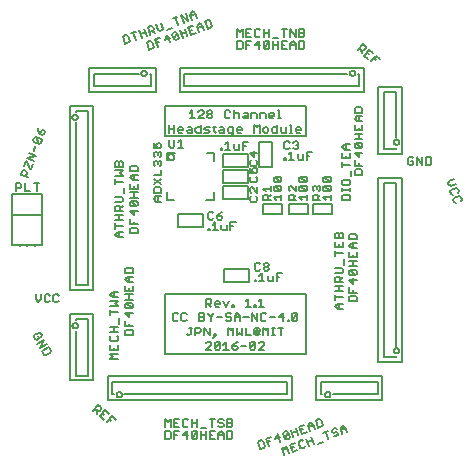
<source format=gto>
G75*
%MOIN*%
%OFA0B0*%
%FSLAX24Y24*%
%IPPOS*%
%LPD*%
%AMOC8*
5,1,8,0,0,1.08239X$1,22.5*
%
%ADD10C,0.0060*%
%ADD11C,0.0050*%
D10*
X004860Y005126D02*
X004919Y005110D01*
X005070Y005197D01*
X005086Y005256D01*
X005021Y005369D01*
X004795Y005239D01*
X004860Y005126D01*
X004735Y005344D02*
X004960Y005474D01*
X004873Y005624D02*
X004735Y005344D01*
X004648Y005494D02*
X004873Y005624D01*
X004775Y005707D02*
X004791Y005766D01*
X004748Y005842D01*
X004688Y005857D01*
X004538Y005771D01*
X004522Y005711D01*
X004566Y005636D01*
X004625Y005620D01*
X004700Y005664D01*
X004657Y005739D01*
X004676Y006880D02*
X004763Y006967D01*
X004763Y007140D01*
X004884Y007097D02*
X004884Y006923D01*
X004928Y006880D01*
X005014Y006880D01*
X005058Y006923D01*
X005179Y006923D02*
X005179Y007097D01*
X005222Y007140D01*
X005309Y007140D01*
X005352Y007097D01*
X005352Y006923D02*
X005309Y006880D01*
X005222Y006880D01*
X005179Y006923D01*
X005058Y007097D02*
X005014Y007140D01*
X004928Y007140D01*
X004884Y007097D01*
X004590Y007140D02*
X004590Y006967D01*
X004676Y006880D01*
X007069Y006921D02*
X007330Y006921D01*
X007243Y006835D01*
X007330Y006748D01*
X007069Y006748D01*
X007069Y006627D02*
X007069Y006453D01*
X007069Y006540D02*
X007330Y006540D01*
X007373Y006332D02*
X007373Y006159D01*
X007330Y006037D02*
X007069Y006037D01*
X007199Y006037D02*
X007199Y005864D01*
X007069Y005864D02*
X007330Y005864D01*
X007286Y005743D02*
X007330Y005699D01*
X007330Y005613D01*
X007286Y005569D01*
X007113Y005569D01*
X007069Y005613D01*
X007069Y005699D01*
X007113Y005743D01*
X007069Y005448D02*
X007069Y005275D01*
X007330Y005275D01*
X007330Y005448D01*
X007199Y005361D02*
X007199Y005275D01*
X007069Y005153D02*
X007330Y005153D01*
X007330Y004980D02*
X007069Y004980D01*
X007156Y005067D01*
X007069Y005153D01*
X007569Y005780D02*
X007569Y005910D01*
X007613Y005953D01*
X007786Y005953D01*
X007830Y005910D01*
X007830Y005780D01*
X007569Y005780D01*
X007569Y006075D02*
X007569Y006248D01*
X007699Y006161D02*
X007699Y006075D01*
X007569Y006075D02*
X007830Y006075D01*
X007699Y006369D02*
X007699Y006543D01*
X007569Y006499D02*
X007699Y006369D01*
X007569Y006499D02*
X007830Y006499D01*
X007786Y006664D02*
X007613Y006664D01*
X007569Y006707D01*
X007569Y006794D01*
X007613Y006837D01*
X007786Y006664D01*
X007830Y006707D01*
X007830Y006794D01*
X007786Y006837D01*
X007613Y006837D01*
X007569Y006959D02*
X007830Y006959D01*
X007699Y006959D02*
X007699Y007132D01*
X007699Y007253D02*
X007699Y007340D01*
X007569Y007427D02*
X007569Y007253D01*
X007830Y007253D01*
X007830Y007427D01*
X007830Y007548D02*
X007656Y007548D01*
X007569Y007635D01*
X007656Y007721D01*
X007830Y007721D01*
X007830Y007843D02*
X007830Y007973D01*
X007786Y008016D01*
X007613Y008016D01*
X007569Y007973D01*
X007569Y007843D01*
X007830Y007843D01*
X007699Y007721D02*
X007699Y007548D01*
X007330Y007216D02*
X007156Y007216D01*
X007069Y007129D01*
X007156Y007043D01*
X007330Y007043D01*
X007199Y007043D02*
X007199Y007216D01*
X007569Y007132D02*
X007830Y007132D01*
X008910Y007150D02*
X013610Y007150D01*
X013610Y005150D01*
X008910Y005150D01*
X008910Y007150D01*
X009197Y006510D02*
X009153Y006467D01*
X009153Y006293D01*
X009197Y006250D01*
X009283Y006250D01*
X009327Y006293D01*
X009448Y006293D02*
X009448Y006467D01*
X009491Y006510D01*
X009578Y006510D01*
X009621Y006467D01*
X009621Y006293D02*
X009578Y006250D01*
X009491Y006250D01*
X009448Y006293D01*
X009327Y006467D02*
X009283Y006510D01*
X009197Y006510D01*
X009707Y006030D02*
X009793Y006030D01*
X009750Y006030D02*
X009750Y005813D01*
X009707Y005770D01*
X009663Y005770D01*
X009620Y005813D01*
X009914Y005770D02*
X009914Y006030D01*
X010045Y006030D01*
X010088Y005987D01*
X010088Y005900D01*
X010045Y005857D01*
X009914Y005857D01*
X010209Y005770D02*
X010209Y006030D01*
X010383Y005770D01*
X010383Y006030D01*
X010547Y005813D02*
X010547Y005770D01*
X010591Y005770D01*
X010591Y005813D01*
X010547Y005813D01*
X010591Y005770D02*
X010504Y005683D01*
X010596Y005550D02*
X010683Y005550D01*
X010726Y005507D01*
X010553Y005333D01*
X010596Y005290D01*
X010683Y005290D01*
X010726Y005333D01*
X010726Y005507D01*
X010848Y005463D02*
X010934Y005550D01*
X010934Y005290D01*
X010848Y005290D02*
X011021Y005290D01*
X011142Y005333D02*
X011186Y005290D01*
X011272Y005290D01*
X011316Y005333D01*
X011316Y005377D01*
X011272Y005420D01*
X011142Y005420D01*
X011142Y005333D01*
X011142Y005420D02*
X011229Y005507D01*
X011316Y005550D01*
X011437Y005420D02*
X011610Y005420D01*
X011731Y005333D02*
X011775Y005290D01*
X011862Y005290D01*
X011905Y005333D01*
X011905Y005507D01*
X011731Y005333D01*
X011731Y005507D01*
X011775Y005550D01*
X011862Y005550D01*
X011905Y005507D01*
X012026Y005507D02*
X012070Y005550D01*
X012156Y005550D01*
X012200Y005507D01*
X012200Y005463D01*
X012026Y005290D01*
X012200Y005290D01*
X012173Y005770D02*
X012173Y006030D01*
X012260Y005943D01*
X012347Y006030D01*
X012347Y005770D01*
X012468Y005770D02*
X012555Y005770D01*
X012511Y005770D02*
X012511Y006030D01*
X012468Y006030D02*
X012555Y006030D01*
X012665Y006030D02*
X012838Y006030D01*
X012751Y006030D02*
X012751Y005770D01*
X012819Y006250D02*
X012819Y006510D01*
X012689Y006380D01*
X012863Y006380D01*
X012984Y006293D02*
X013027Y006293D01*
X013027Y006250D01*
X012984Y006250D01*
X012984Y006293D01*
X013131Y006293D02*
X013131Y006467D01*
X013174Y006510D01*
X013261Y006510D01*
X013305Y006467D01*
X013131Y006293D01*
X013174Y006250D01*
X013261Y006250D01*
X013305Y006293D01*
X013305Y006467D01*
X012568Y006380D02*
X012394Y006380D01*
X012273Y006293D02*
X012230Y006250D01*
X012143Y006250D01*
X012100Y006293D01*
X012100Y006467D01*
X012143Y006510D01*
X012230Y006510D01*
X012273Y006467D01*
X012200Y006730D02*
X012026Y006730D01*
X012113Y006730D02*
X012113Y006990D01*
X012026Y006903D01*
X011922Y006773D02*
X011922Y006730D01*
X011879Y006730D01*
X011879Y006773D01*
X011922Y006773D01*
X011758Y006730D02*
X011584Y006730D01*
X011671Y006730D02*
X011671Y006990D01*
X011584Y006903D01*
X011186Y006773D02*
X011186Y006730D01*
X011142Y006730D01*
X011142Y006773D01*
X011186Y006773D01*
X011021Y006903D02*
X010934Y006730D01*
X010848Y006903D01*
X010726Y006860D02*
X010726Y006817D01*
X010553Y006817D01*
X010553Y006860D02*
X010596Y006903D01*
X010683Y006903D01*
X010726Y006860D01*
X010683Y006730D02*
X010596Y006730D01*
X010553Y006773D01*
X010553Y006860D01*
X010432Y006860D02*
X010388Y006817D01*
X010258Y006817D01*
X010345Y006817D02*
X010432Y006730D01*
X010432Y006860D02*
X010432Y006947D01*
X010388Y006990D01*
X010258Y006990D01*
X010258Y006730D01*
X010332Y006510D02*
X010332Y006467D01*
X010419Y006380D01*
X010419Y006250D01*
X010419Y006380D02*
X010505Y006467D01*
X010505Y006510D01*
X010627Y006380D02*
X010800Y006380D01*
X010921Y006423D02*
X010965Y006380D01*
X011051Y006380D01*
X011095Y006337D01*
X011095Y006293D01*
X011051Y006250D01*
X010965Y006250D01*
X010921Y006293D01*
X010921Y006423D02*
X010921Y006467D01*
X010965Y006510D01*
X011051Y006510D01*
X011095Y006467D01*
X011216Y006423D02*
X011303Y006510D01*
X011389Y006423D01*
X011389Y006250D01*
X011389Y006380D02*
X011216Y006380D01*
X011216Y006423D02*
X011216Y006250D01*
X011168Y006030D02*
X011168Y005770D01*
X011290Y005770D02*
X011376Y005857D01*
X011463Y005770D01*
X011463Y006030D01*
X011584Y006030D02*
X011584Y005770D01*
X011758Y005770D01*
X011879Y005813D02*
X011879Y005987D01*
X011922Y006030D01*
X012009Y006030D01*
X012052Y005987D01*
X012052Y005900D01*
X012009Y005857D01*
X012009Y005943D01*
X011922Y005943D01*
X011922Y005857D01*
X012009Y005857D01*
X012052Y005813D02*
X012009Y005770D01*
X011922Y005770D01*
X011879Y005813D01*
X011805Y006250D02*
X011805Y006510D01*
X011979Y006250D01*
X011979Y006510D01*
X011684Y006380D02*
X011511Y006380D01*
X011290Y006030D02*
X011290Y005770D01*
X011082Y005943D02*
X011168Y006030D01*
X011082Y005943D02*
X010995Y006030D01*
X010995Y005770D01*
X010596Y005550D02*
X010553Y005507D01*
X010553Y005333D01*
X010432Y005290D02*
X010258Y005290D01*
X010432Y005463D01*
X010432Y005507D01*
X010388Y005550D01*
X010302Y005550D01*
X010258Y005507D01*
X010167Y006250D02*
X010037Y006250D01*
X010037Y006510D01*
X010167Y006510D01*
X010211Y006467D01*
X010211Y006423D01*
X010167Y006380D01*
X010037Y006380D01*
X010167Y006380D02*
X010211Y006337D01*
X010211Y006293D01*
X010167Y006250D01*
X011890Y007580D02*
X011933Y007580D01*
X011933Y007623D01*
X011890Y007623D01*
X011890Y007580D01*
X012037Y007580D02*
X012210Y007580D01*
X012124Y007580D02*
X012124Y007840D01*
X012037Y007753D01*
X012020Y007930D02*
X012063Y007973D01*
X012020Y007930D02*
X011933Y007930D01*
X011890Y007973D01*
X011890Y008147D01*
X011933Y008190D01*
X012020Y008190D01*
X012063Y008147D01*
X012184Y008147D02*
X012184Y008103D01*
X012228Y008060D01*
X012314Y008060D01*
X012358Y008017D01*
X012358Y007973D01*
X012314Y007930D01*
X012228Y007930D01*
X012184Y007973D01*
X012184Y008017D01*
X012228Y008060D01*
X012314Y008060D02*
X012358Y008103D01*
X012358Y008147D01*
X012314Y008190D01*
X012228Y008190D01*
X012184Y008147D01*
X012331Y007753D02*
X012331Y007623D01*
X012375Y007580D01*
X012505Y007580D01*
X012505Y007753D01*
X012626Y007710D02*
X012713Y007710D01*
X012626Y007580D02*
X012626Y007840D01*
X012800Y007840D01*
X011076Y009280D02*
X011076Y009540D01*
X011250Y009540D01*
X011163Y009410D02*
X011076Y009410D01*
X010955Y009453D02*
X010955Y009280D01*
X010825Y009280D01*
X010781Y009323D01*
X010781Y009453D01*
X010764Y009630D02*
X010808Y009673D01*
X010808Y009717D01*
X010764Y009760D01*
X010634Y009760D01*
X010634Y009673D01*
X010678Y009630D01*
X010764Y009630D01*
X010634Y009760D02*
X010721Y009847D01*
X010808Y009890D01*
X010513Y009847D02*
X010470Y009890D01*
X010383Y009890D01*
X010340Y009847D01*
X010340Y009673D01*
X010383Y009630D01*
X010470Y009630D01*
X010513Y009673D01*
X010574Y009540D02*
X010574Y009280D01*
X010660Y009280D02*
X010487Y009280D01*
X010383Y009280D02*
X010340Y009280D01*
X010340Y009323D01*
X010383Y009323D01*
X010383Y009280D01*
X010487Y009453D02*
X010574Y009540D01*
X010527Y010283D02*
X010253Y010283D01*
X010527Y010283D02*
X010527Y010536D01*
X010527Y011594D02*
X010527Y011857D01*
X010283Y011857D01*
X010758Y011960D02*
X010802Y011960D01*
X010802Y012003D01*
X010758Y012003D01*
X010758Y011960D01*
X010906Y011960D02*
X011079Y011960D01*
X010992Y011960D02*
X010992Y012220D01*
X010906Y012133D01*
X011200Y012133D02*
X011200Y012003D01*
X011244Y011960D01*
X011374Y011960D01*
X011374Y012133D01*
X011495Y012090D02*
X011582Y012090D01*
X011668Y012220D02*
X011495Y012220D01*
X011495Y011960D01*
X011719Y011855D02*
X011849Y011725D01*
X011849Y011898D01*
X011719Y011855D02*
X011980Y011855D01*
X011936Y011603D02*
X011980Y011560D01*
X011980Y011473D01*
X011936Y011430D01*
X011763Y011430D01*
X011719Y011473D01*
X011719Y011560D01*
X011763Y011603D01*
X011719Y011348D02*
X011719Y011175D01*
X011849Y011175D01*
X011806Y011261D01*
X011806Y011305D01*
X011849Y011348D01*
X011936Y011348D01*
X011980Y011305D01*
X011980Y011218D01*
X011936Y011175D01*
X011936Y011053D02*
X011980Y011010D01*
X011980Y010923D01*
X011936Y010880D01*
X011763Y010880D01*
X011719Y010923D01*
X011719Y011010D01*
X011763Y011053D01*
X011763Y010698D02*
X011719Y010655D01*
X011719Y010568D01*
X011763Y010525D01*
X011763Y010403D02*
X011719Y010360D01*
X011719Y010273D01*
X011763Y010230D01*
X011936Y010230D01*
X011980Y010273D01*
X011980Y010360D01*
X011936Y010403D01*
X011980Y010525D02*
X011806Y010698D01*
X011763Y010698D01*
X011980Y010698D02*
X011980Y010525D01*
X012169Y010410D02*
X012213Y010453D01*
X012299Y010453D01*
X012343Y010410D01*
X012343Y010280D01*
X012430Y010280D02*
X012169Y010280D01*
X012169Y010410D01*
X012343Y010367D02*
X012430Y010453D01*
X012430Y010575D02*
X012430Y010748D01*
X012430Y010661D02*
X012169Y010661D01*
X012256Y010575D01*
X012519Y010618D02*
X012519Y010705D01*
X012563Y010748D01*
X012736Y010575D01*
X012780Y010618D01*
X012780Y010705D01*
X012736Y010748D01*
X012563Y010748D01*
X012563Y010869D02*
X012519Y010913D01*
X012519Y010999D01*
X012563Y011043D01*
X012736Y010869D01*
X012780Y010913D01*
X012780Y010999D01*
X012736Y011043D01*
X012563Y011043D01*
X012563Y010869D02*
X012736Y010869D01*
X013019Y010705D02*
X013019Y010618D01*
X013063Y010575D01*
X013063Y010453D02*
X013149Y010453D01*
X013193Y010410D01*
X013193Y010280D01*
X013280Y010280D02*
X013019Y010280D01*
X013019Y010410D01*
X013063Y010453D01*
X013193Y010367D02*
X013280Y010453D01*
X013280Y010575D02*
X013106Y010748D01*
X013063Y010748D01*
X013019Y010705D01*
X012736Y010575D02*
X012563Y010575D01*
X012519Y010618D01*
X012780Y010453D02*
X012780Y010280D01*
X012780Y010367D02*
X012519Y010367D01*
X012606Y010280D01*
X013280Y010575D02*
X013280Y010748D01*
X013369Y010705D02*
X013413Y010748D01*
X013586Y010575D01*
X013630Y010618D01*
X013630Y010705D01*
X013586Y010748D01*
X013413Y010748D01*
X013369Y010705D02*
X013369Y010618D01*
X013413Y010575D01*
X013586Y010575D01*
X013630Y010453D02*
X013630Y010280D01*
X013630Y010367D02*
X013369Y010367D01*
X013456Y010280D01*
X013819Y010280D02*
X013819Y010410D01*
X013863Y010453D01*
X013949Y010453D01*
X013993Y010410D01*
X013993Y010280D01*
X014080Y010280D02*
X013819Y010280D01*
X013993Y010367D02*
X014080Y010453D01*
X014169Y010367D02*
X014430Y010367D01*
X014430Y010453D02*
X014430Y010280D01*
X014256Y010280D02*
X014169Y010367D01*
X014213Y010575D02*
X014169Y010618D01*
X014169Y010705D01*
X014213Y010748D01*
X014386Y010575D01*
X014430Y010618D01*
X014430Y010705D01*
X014386Y010748D01*
X014213Y010748D01*
X014213Y010869D02*
X014169Y010913D01*
X014169Y010999D01*
X014213Y011043D01*
X014386Y010869D01*
X014430Y010913D01*
X014430Y010999D01*
X014386Y011043D01*
X014213Y011043D01*
X014213Y010869D02*
X014386Y010869D01*
X014386Y010575D02*
X014213Y010575D01*
X014080Y010618D02*
X014036Y010575D01*
X014080Y010618D02*
X014080Y010705D01*
X014036Y010748D01*
X013993Y010748D01*
X013949Y010705D01*
X013949Y010661D01*
X013949Y010705D02*
X013906Y010748D01*
X013863Y010748D01*
X013819Y010705D01*
X013819Y010618D01*
X013863Y010575D01*
X013586Y010869D02*
X013413Y010869D01*
X013369Y010913D01*
X013369Y010999D01*
X013413Y011043D01*
X013586Y010869D01*
X013630Y010913D01*
X013630Y010999D01*
X013586Y011043D01*
X013413Y011043D01*
X013365Y011630D02*
X013495Y011630D01*
X013495Y011803D01*
X013616Y011760D02*
X013703Y011760D01*
X013616Y011630D02*
X013616Y011890D01*
X013790Y011890D01*
X013348Y012023D02*
X013304Y011980D01*
X013218Y011980D01*
X013174Y012023D01*
X013053Y012023D02*
X013010Y011980D01*
X012923Y011980D01*
X012880Y012023D01*
X012880Y012197D01*
X012923Y012240D01*
X013010Y012240D01*
X013053Y012197D01*
X013174Y012197D02*
X013218Y012240D01*
X013304Y012240D01*
X013348Y012197D01*
X013348Y012153D01*
X013304Y012110D01*
X013348Y012067D01*
X013348Y012023D01*
X013304Y012110D02*
X013261Y012110D01*
X013114Y011890D02*
X013027Y011803D01*
X013114Y011890D02*
X013114Y011630D01*
X013200Y011630D02*
X013027Y011630D01*
X012923Y011630D02*
X012880Y011630D01*
X012880Y011673D01*
X012923Y011673D01*
X012923Y011630D01*
X013321Y011673D02*
X013365Y011630D01*
X013321Y011673D02*
X013321Y011803D01*
X013610Y012400D02*
X008910Y012400D01*
X008910Y013400D01*
X013610Y013400D01*
X013610Y012400D01*
X013384Y012530D02*
X013297Y012530D01*
X013254Y012573D01*
X013254Y012660D01*
X013297Y012703D01*
X013384Y012703D01*
X013427Y012660D01*
X013427Y012617D01*
X013254Y012617D01*
X013144Y012530D02*
X013057Y012530D01*
X013101Y012530D02*
X013101Y012790D01*
X013057Y012790D01*
X012936Y012703D02*
X012936Y012530D01*
X012806Y012530D01*
X012763Y012573D01*
X012763Y012703D01*
X012642Y012703D02*
X012511Y012703D01*
X012468Y012660D01*
X012468Y012573D01*
X012511Y012530D01*
X012642Y012530D01*
X012642Y012790D01*
X012347Y012660D02*
X012347Y012573D01*
X012304Y012530D01*
X012217Y012530D01*
X012173Y012573D01*
X012173Y012660D01*
X012217Y012703D01*
X012304Y012703D01*
X012347Y012660D01*
X012052Y012790D02*
X012052Y012530D01*
X011879Y012530D02*
X011879Y012790D01*
X011966Y012703D01*
X012052Y012790D01*
X012075Y013010D02*
X012075Y013183D01*
X012205Y013183D01*
X012249Y013140D01*
X012249Y013010D01*
X012370Y013053D02*
X012370Y013140D01*
X012413Y013183D01*
X012500Y013183D01*
X012543Y013140D01*
X012543Y013097D01*
X012370Y013097D01*
X012370Y013053D02*
X012413Y013010D01*
X012500Y013010D01*
X012665Y013010D02*
X012751Y013010D01*
X012708Y013010D02*
X012708Y013270D01*
X012665Y013270D01*
X011954Y013140D02*
X011954Y013010D01*
X011954Y013140D02*
X011911Y013183D01*
X011781Y013183D01*
X011781Y013010D01*
X011659Y013010D02*
X011529Y013010D01*
X011486Y013053D01*
X011529Y013097D01*
X011659Y013097D01*
X011659Y013140D02*
X011659Y013010D01*
X011659Y013140D02*
X011616Y013183D01*
X011529Y013183D01*
X011365Y013140D02*
X011365Y013010D01*
X011365Y013140D02*
X011321Y013183D01*
X011235Y013183D01*
X011191Y013140D01*
X011191Y013270D02*
X011191Y013010D01*
X011070Y013053D02*
X011027Y013010D01*
X010940Y013010D01*
X010897Y013053D01*
X010897Y013227D01*
X010940Y013270D01*
X011027Y013270D01*
X011070Y013227D01*
X011038Y012703D02*
X010995Y012660D01*
X010995Y012573D01*
X011038Y012530D01*
X011168Y012530D01*
X011168Y012487D02*
X011168Y012703D01*
X011038Y012703D01*
X010874Y012660D02*
X010874Y012530D01*
X010744Y012530D01*
X010700Y012573D01*
X010744Y012617D01*
X010874Y012617D01*
X010874Y012660D02*
X010830Y012703D01*
X010744Y012703D01*
X010591Y012703D02*
X010504Y012703D01*
X010547Y012747D02*
X010547Y012573D01*
X010591Y012530D01*
X010383Y012573D02*
X010339Y012617D01*
X010252Y012617D01*
X010209Y012660D01*
X010252Y012703D01*
X010383Y012703D01*
X010383Y012573D02*
X010339Y012530D01*
X010209Y012530D01*
X010088Y012530D02*
X010088Y012790D01*
X010088Y012703D02*
X009958Y012703D01*
X009914Y012660D01*
X009914Y012573D01*
X009958Y012530D01*
X010088Y012530D01*
X009793Y012530D02*
X009663Y012530D01*
X009620Y012573D01*
X009663Y012617D01*
X009793Y012617D01*
X009793Y012660D02*
X009793Y012530D01*
X009793Y012660D02*
X009750Y012703D01*
X009663Y012703D01*
X009499Y012660D02*
X009499Y012617D01*
X009325Y012617D01*
X009325Y012660D02*
X009325Y012573D01*
X009369Y012530D01*
X009455Y012530D01*
X009499Y012660D02*
X009455Y012703D01*
X009369Y012703D01*
X009325Y012660D01*
X009204Y012660D02*
X009031Y012660D01*
X009031Y012530D02*
X009031Y012790D01*
X009204Y012790D02*
X009204Y012530D01*
X009213Y012290D02*
X009213Y012073D01*
X009170Y012030D01*
X009083Y012030D01*
X009040Y012073D01*
X009040Y012290D01*
X009334Y012203D02*
X009421Y012290D01*
X009421Y012030D01*
X009334Y012030D02*
X009508Y012030D01*
X009216Y011857D02*
X008952Y011857D01*
X008952Y011604D01*
X009000Y011710D02*
X009002Y011730D01*
X009008Y011748D01*
X009017Y011766D01*
X009029Y011781D01*
X009044Y011793D01*
X009062Y011802D01*
X009080Y011808D01*
X009100Y011810D01*
X009120Y011808D01*
X009138Y011802D01*
X009156Y011793D01*
X009171Y011781D01*
X009183Y011766D01*
X009192Y011748D01*
X009198Y011730D01*
X009200Y011710D01*
X009198Y011690D01*
X009192Y011672D01*
X009183Y011654D01*
X009171Y011639D01*
X009156Y011627D01*
X009138Y011618D01*
X009120Y011612D01*
X009100Y011610D01*
X009080Y011612D01*
X009062Y011618D01*
X009044Y011627D01*
X009029Y011639D01*
X009017Y011654D01*
X009008Y011672D01*
X009002Y011690D01*
X009000Y011710D01*
X008780Y011747D02*
X008736Y011703D01*
X008780Y011747D02*
X008780Y011833D01*
X008736Y011877D01*
X008693Y011877D01*
X008649Y011833D01*
X008649Y011790D01*
X008649Y011833D02*
X008606Y011877D01*
X008563Y011877D01*
X008519Y011833D01*
X008519Y011747D01*
X008563Y011703D01*
X008563Y011582D02*
X008606Y011582D01*
X008649Y011539D01*
X008693Y011582D01*
X008736Y011582D01*
X008780Y011539D01*
X008780Y011452D01*
X008736Y011409D01*
X008649Y011495D02*
X008649Y011539D01*
X008563Y011582D02*
X008519Y011539D01*
X008519Y011452D01*
X008563Y011409D01*
X008780Y011287D02*
X008780Y011114D01*
X008519Y011114D01*
X008519Y010993D02*
X008780Y010819D01*
X008736Y010698D02*
X008563Y010698D01*
X008519Y010655D01*
X008519Y010525D01*
X008780Y010525D01*
X008780Y010655D01*
X008736Y010698D01*
X008519Y010819D02*
X008780Y010993D01*
X008952Y010556D02*
X008952Y010283D01*
X009206Y010283D01*
X008780Y010230D02*
X008606Y010230D01*
X008519Y010317D01*
X008606Y010403D01*
X008780Y010403D01*
X008649Y010403D02*
X008649Y010230D01*
X007990Y010195D02*
X007990Y010109D01*
X007946Y010065D01*
X007773Y010239D01*
X007946Y010239D01*
X007990Y010195D01*
X007946Y010065D02*
X007773Y010065D01*
X007729Y010109D01*
X007729Y010195D01*
X007773Y010239D01*
X007729Y010360D02*
X007990Y010360D01*
X007859Y010360D02*
X007859Y010533D01*
X007859Y010655D02*
X007859Y010741D01*
X007729Y010655D02*
X007729Y010828D01*
X007816Y010949D02*
X007729Y011036D01*
X007816Y011123D01*
X007990Y011123D01*
X007990Y011244D02*
X007990Y011374D01*
X007946Y011417D01*
X007773Y011417D01*
X007729Y011374D01*
X007729Y011244D01*
X007990Y011244D01*
X007859Y011123D02*
X007859Y010949D01*
X007816Y010949D02*
X007990Y010949D01*
X007990Y010828D02*
X007990Y010655D01*
X007729Y010655D01*
X007729Y010533D02*
X007990Y010533D01*
X007533Y010507D02*
X007533Y010681D01*
X007490Y010889D02*
X007229Y010889D01*
X007229Y010975D02*
X007229Y010802D01*
X007229Y011097D02*
X007490Y011097D01*
X007403Y011183D01*
X007490Y011270D01*
X007229Y011270D01*
X007229Y011391D02*
X007229Y011521D01*
X007273Y011565D01*
X007316Y011565D01*
X007359Y011521D01*
X007359Y011391D01*
X007229Y011391D02*
X007490Y011391D01*
X007490Y011521D01*
X007446Y011565D01*
X007403Y011565D01*
X007359Y011521D01*
X008519Y011998D02*
X008649Y011998D01*
X008606Y012085D01*
X008606Y012128D01*
X008649Y012171D01*
X008736Y012171D01*
X008780Y012128D01*
X008780Y012041D01*
X008736Y011998D01*
X008519Y011998D02*
X008519Y012171D01*
X009718Y013010D02*
X009892Y013010D01*
X009805Y013010D02*
X009805Y013270D01*
X009718Y013183D01*
X010013Y013227D02*
X010056Y013270D01*
X010143Y013270D01*
X010186Y013227D01*
X010186Y013183D01*
X010013Y013010D01*
X010186Y013010D01*
X010307Y013053D02*
X010307Y013097D01*
X010351Y013140D01*
X010437Y013140D01*
X010481Y013097D01*
X010481Y013053D01*
X010437Y013010D01*
X010351Y013010D01*
X010307Y013053D01*
X010351Y013140D02*
X010307Y013183D01*
X010307Y013227D01*
X010351Y013270D01*
X010437Y013270D01*
X010481Y013227D01*
X010481Y013183D01*
X010437Y013140D01*
X011125Y012443D02*
X011168Y012487D01*
X011125Y012443D02*
X011082Y012443D01*
X011290Y012573D02*
X011290Y012660D01*
X011333Y012703D01*
X011420Y012703D01*
X011463Y012660D01*
X011463Y012617D01*
X011290Y012617D01*
X011290Y012573D02*
X011333Y012530D01*
X011420Y012530D01*
X011441Y015320D02*
X011311Y015320D01*
X011311Y015580D01*
X011441Y015580D01*
X011484Y015537D01*
X011484Y015363D01*
X011441Y015320D01*
X011606Y015320D02*
X011606Y015580D01*
X011779Y015580D01*
X011779Y015720D02*
X011606Y015720D01*
X011606Y015980D01*
X011779Y015980D01*
X011900Y015937D02*
X011900Y015763D01*
X011944Y015720D01*
X012030Y015720D01*
X012074Y015763D01*
X012195Y015720D02*
X012195Y015980D01*
X012074Y015937D02*
X012030Y015980D01*
X011944Y015980D01*
X011900Y015937D01*
X011692Y015850D02*
X011606Y015850D01*
X011484Y015980D02*
X011484Y015720D01*
X011311Y015720D02*
X011311Y015980D01*
X011398Y015893D01*
X011484Y015980D01*
X011900Y015450D02*
X012030Y015580D01*
X012030Y015320D01*
X012074Y015450D02*
X011900Y015450D01*
X011692Y015450D02*
X011606Y015450D01*
X012195Y015363D02*
X012368Y015537D01*
X012368Y015363D01*
X012325Y015320D01*
X012238Y015320D01*
X012195Y015363D01*
X012195Y015537D01*
X012238Y015580D01*
X012325Y015580D01*
X012368Y015537D01*
X012490Y015580D02*
X012490Y015320D01*
X012490Y015450D02*
X012663Y015450D01*
X012784Y015450D02*
X012871Y015450D01*
X012784Y015320D02*
X012958Y015320D01*
X013079Y015320D02*
X013079Y015493D01*
X013166Y015580D01*
X013252Y015493D01*
X013252Y015320D01*
X013373Y015320D02*
X013504Y015320D01*
X013547Y015363D01*
X013547Y015537D01*
X013504Y015580D01*
X013373Y015580D01*
X013373Y015320D01*
X013252Y015450D02*
X013079Y015450D01*
X012958Y015580D02*
X012784Y015580D01*
X012784Y015320D01*
X012663Y015320D02*
X012663Y015580D01*
X012663Y015677D02*
X012490Y015677D01*
X012368Y015720D02*
X012368Y015980D01*
X012368Y015850D02*
X012195Y015850D01*
X012784Y015980D02*
X012958Y015980D01*
X012871Y015980D02*
X012871Y015720D01*
X013079Y015720D02*
X013079Y015980D01*
X013252Y015720D01*
X013252Y015980D01*
X013373Y015980D02*
X013504Y015980D01*
X013547Y015937D01*
X013547Y015893D01*
X013504Y015850D01*
X013373Y015850D01*
X013373Y015720D02*
X013504Y015720D01*
X013547Y015763D01*
X013547Y015807D01*
X013504Y015850D01*
X013373Y015720D02*
X013373Y015980D01*
X015319Y015277D02*
X015486Y015476D01*
X015586Y015392D01*
X015591Y015331D01*
X015535Y015265D01*
X015474Y015260D01*
X015375Y015343D01*
X015441Y015287D02*
X015452Y015165D01*
X015545Y015087D02*
X015678Y014976D01*
X015770Y014898D02*
X015938Y015097D01*
X016071Y014986D01*
X015920Y014942D02*
X015854Y014998D01*
X015845Y015175D02*
X015712Y015287D01*
X015545Y015087D01*
X015628Y015187D02*
X015695Y015131D01*
X015436Y013366D02*
X015263Y013366D01*
X015219Y013323D01*
X015219Y013193D01*
X015480Y013193D01*
X015480Y013323D01*
X015436Y013366D01*
X015480Y013071D02*
X015306Y013071D01*
X015219Y012985D01*
X015306Y012898D01*
X015480Y012898D01*
X015480Y012777D02*
X015480Y012603D01*
X015219Y012603D01*
X015219Y012777D01*
X015349Y012690D02*
X015349Y012603D01*
X015349Y012482D02*
X015349Y012309D01*
X015219Y012309D02*
X015480Y012309D01*
X015436Y012187D02*
X015263Y012187D01*
X015436Y012014D01*
X015480Y012057D01*
X015480Y012144D01*
X015436Y012187D01*
X015436Y012014D02*
X015263Y012014D01*
X015219Y012057D01*
X015219Y012144D01*
X015263Y012187D01*
X015060Y012133D02*
X014886Y012133D01*
X014799Y012046D01*
X014886Y011960D01*
X015060Y011960D01*
X015060Y011839D02*
X015060Y011665D01*
X014799Y011665D01*
X014799Y011839D01*
X014929Y011752D02*
X014929Y011665D01*
X014799Y011544D02*
X014799Y011370D01*
X014799Y011457D02*
X015060Y011457D01*
X015219Y011425D02*
X015219Y011598D01*
X015349Y011511D02*
X015349Y011425D01*
X015219Y011425D02*
X015480Y011425D01*
X015436Y011303D02*
X015263Y011303D01*
X015219Y011260D01*
X015219Y011130D01*
X015480Y011130D01*
X015480Y011260D01*
X015436Y011303D01*
X015103Y011249D02*
X015103Y011076D01*
X015016Y010955D02*
X014843Y010955D01*
X014799Y010911D01*
X014799Y010824D01*
X014843Y010781D01*
X015016Y010781D01*
X015060Y010824D01*
X015060Y010911D01*
X015016Y010955D01*
X015060Y010671D02*
X015060Y010585D01*
X015060Y010628D02*
X014799Y010628D01*
X014799Y010585D02*
X014799Y010671D01*
X014843Y010463D02*
X014799Y010420D01*
X014799Y010290D01*
X015060Y010290D01*
X015060Y010420D01*
X015016Y010463D01*
X014843Y010463D01*
X014786Y009185D02*
X014830Y009141D01*
X014830Y009011D01*
X014569Y009011D01*
X014569Y009141D01*
X014613Y009185D01*
X014656Y009185D01*
X014699Y009141D01*
X014699Y009011D01*
X014699Y009141D02*
X014743Y009185D01*
X014786Y009185D01*
X015029Y009094D02*
X015029Y008964D01*
X015290Y008964D01*
X015290Y009094D01*
X015246Y009137D01*
X015073Y009137D01*
X015029Y009094D01*
X015116Y008843D02*
X015290Y008843D01*
X015159Y008843D02*
X015159Y008669D01*
X015116Y008669D02*
X015029Y008756D01*
X015116Y008843D01*
X015116Y008669D02*
X015290Y008669D01*
X015290Y008548D02*
X015290Y008375D01*
X015029Y008375D01*
X015029Y008548D01*
X015159Y008461D02*
X015159Y008375D01*
X015159Y008253D02*
X015159Y008080D01*
X015029Y008080D02*
X015290Y008080D01*
X015246Y007959D02*
X015073Y007959D01*
X015246Y007785D01*
X015290Y007829D01*
X015290Y007915D01*
X015246Y007959D01*
X015073Y007959D02*
X015029Y007915D01*
X015029Y007829D01*
X015073Y007785D01*
X015246Y007785D01*
X015159Y007664D02*
X015159Y007491D01*
X015029Y007621D01*
X015290Y007621D01*
X015029Y007370D02*
X015029Y007196D01*
X015290Y007196D01*
X015246Y007075D02*
X015073Y007075D01*
X015029Y007032D01*
X015029Y006901D01*
X015290Y006901D01*
X015290Y007032D01*
X015246Y007075D01*
X015159Y007196D02*
X015159Y007283D01*
X014830Y007243D02*
X014569Y007243D01*
X014569Y007122D02*
X014569Y006949D01*
X014569Y007035D02*
X014830Y007035D01*
X014830Y006828D02*
X014656Y006828D01*
X014569Y006741D01*
X014656Y006654D01*
X014830Y006654D01*
X014699Y006654D02*
X014699Y006828D01*
X014699Y007243D02*
X014699Y007417D01*
X014743Y007538D02*
X014743Y007668D01*
X014699Y007712D01*
X014613Y007712D01*
X014569Y007668D01*
X014569Y007538D01*
X014830Y007538D01*
X014830Y007417D02*
X014569Y007417D01*
X014743Y007625D02*
X014830Y007712D01*
X014786Y007833D02*
X014830Y007876D01*
X014830Y007963D01*
X014786Y008006D01*
X014569Y008006D01*
X014569Y007833D02*
X014786Y007833D01*
X014873Y008127D02*
X014873Y008301D01*
X015029Y008253D02*
X015290Y008253D01*
X014830Y008509D02*
X014569Y008509D01*
X014569Y008595D02*
X014569Y008422D01*
X014569Y008717D02*
X014830Y008717D01*
X014830Y008890D01*
X014699Y008803D02*
X014699Y008717D01*
X014569Y008717D02*
X014569Y008890D01*
X017049Y011450D02*
X017136Y011450D01*
X017179Y011493D01*
X017179Y011580D01*
X017092Y011580D01*
X017006Y011667D02*
X017006Y011493D01*
X017049Y011450D01*
X017006Y011667D02*
X017049Y011710D01*
X017136Y011710D01*
X017179Y011667D01*
X017300Y011710D02*
X017474Y011450D01*
X017474Y011710D01*
X017595Y011710D02*
X017595Y011450D01*
X017725Y011450D01*
X017768Y011493D01*
X017768Y011667D01*
X017725Y011710D01*
X017595Y011710D01*
X017300Y011710D02*
X017300Y011450D01*
X018379Y010912D02*
X018328Y010801D01*
X018439Y010749D01*
X018602Y010808D01*
X018603Y010679D02*
X018439Y010620D01*
X018414Y010564D01*
X018443Y010483D01*
X018499Y010457D01*
X018540Y010343D02*
X018514Y010288D01*
X018544Y010206D01*
X018600Y010180D01*
X018763Y010239D02*
X018789Y010295D01*
X018759Y010377D01*
X018703Y010402D01*
X018540Y010343D01*
X018662Y010516D02*
X018688Y010572D01*
X018658Y010653D01*
X018603Y010679D01*
X018542Y010971D02*
X018379Y010912D01*
X015480Y011849D02*
X015219Y011849D01*
X015349Y011719D01*
X015349Y011893D01*
X014929Y011960D02*
X014929Y012133D01*
X015219Y012482D02*
X015480Y012482D01*
X015349Y012898D02*
X015349Y013071D01*
X010438Y016038D02*
X010464Y016094D01*
X010404Y016257D01*
X010349Y016283D01*
X010227Y016238D01*
X010316Y015994D01*
X010438Y016038D01*
X010202Y015952D02*
X010142Y016115D01*
X010031Y016167D01*
X009979Y016056D01*
X010039Y015893D01*
X009925Y015852D02*
X009762Y015792D01*
X009673Y016037D01*
X009836Y016096D01*
X009799Y015944D02*
X009717Y015915D01*
X009603Y015873D02*
X009440Y015814D01*
X009396Y015936D02*
X009485Y015692D01*
X009356Y015691D02*
X009297Y015854D01*
X009193Y015632D01*
X009249Y015606D01*
X009330Y015635D01*
X009356Y015691D01*
X009297Y015854D02*
X009241Y015880D01*
X009160Y015850D01*
X009134Y015795D01*
X009193Y015632D01*
X009050Y015672D02*
X008887Y015612D01*
X008964Y015779D01*
X009053Y015535D01*
X008728Y015693D02*
X008565Y015634D01*
X008654Y015389D01*
X008526Y015389D02*
X008500Y015333D01*
X008377Y015288D01*
X008288Y015533D01*
X008411Y015577D01*
X008466Y015552D01*
X008526Y015389D01*
X008610Y015511D02*
X008691Y015541D01*
X008571Y015850D02*
X008460Y015902D01*
X008501Y015917D02*
X008378Y015872D01*
X008408Y015791D02*
X008319Y016035D01*
X008441Y016080D01*
X008497Y016054D01*
X008527Y015972D01*
X008501Y015917D01*
X008670Y015932D02*
X008726Y015906D01*
X008807Y015936D01*
X008833Y015992D01*
X008759Y016195D01*
X008596Y016136D02*
X008670Y015932D01*
X008977Y015952D02*
X009140Y016011D01*
X009320Y016123D02*
X009231Y016367D01*
X009150Y016338D02*
X009313Y016397D01*
X009427Y016438D02*
X009516Y016194D01*
X009679Y016253D02*
X009427Y016438D01*
X009590Y016498D02*
X009679Y016253D01*
X009792Y016295D02*
X009733Y016458D01*
X009785Y016569D01*
X009896Y016517D01*
X009956Y016354D01*
X009911Y016476D02*
X009748Y016417D01*
X009559Y015995D02*
X009648Y015751D01*
X009994Y016015D02*
X010157Y016075D01*
X008294Y015749D02*
X008205Y015994D01*
X008250Y015872D02*
X008087Y015812D01*
X008131Y015690D02*
X008042Y015935D01*
X007928Y015893D02*
X007765Y015834D01*
X007847Y015863D02*
X007936Y015619D01*
X007726Y015589D02*
X007700Y015533D01*
X007577Y015488D01*
X007488Y015733D01*
X007611Y015777D01*
X007666Y015752D01*
X007726Y015589D01*
X004660Y012675D02*
X004671Y012579D01*
X004723Y012467D01*
X004768Y012590D01*
X004823Y012616D01*
X004864Y012601D01*
X004890Y012545D01*
X004860Y012464D01*
X004805Y012438D01*
X004723Y012467D01*
X004600Y012383D02*
X004704Y012161D01*
X004760Y012187D01*
X004789Y012268D01*
X004763Y012324D01*
X004600Y012383D01*
X004545Y012357D01*
X004515Y012276D01*
X004541Y012220D01*
X004704Y012161D01*
X004581Y012077D02*
X004522Y011914D01*
X004602Y011755D02*
X004358Y011844D01*
X004299Y011681D02*
X004602Y011755D01*
X004543Y011592D02*
X004299Y011681D01*
X004257Y011567D02*
X004298Y011553D01*
X004402Y011330D01*
X004442Y011315D01*
X004502Y011478D01*
X004279Y011246D02*
X004305Y011190D01*
X004260Y011068D01*
X004342Y011038D02*
X004097Y011127D01*
X004142Y011250D01*
X004197Y011276D01*
X004279Y011246D01*
X004198Y011404D02*
X004257Y011567D01*
X004234Y010840D02*
X004234Y010580D01*
X004408Y010580D01*
X004616Y010580D02*
X004616Y010840D01*
X004702Y010840D02*
X004529Y010840D01*
X004113Y010797D02*
X004113Y010710D01*
X004070Y010667D01*
X003940Y010667D01*
X003940Y010580D02*
X003940Y010840D01*
X004070Y010840D01*
X004113Y010797D01*
X007229Y010386D02*
X007446Y010386D01*
X007490Y010343D01*
X007490Y010256D01*
X007446Y010213D01*
X007229Y010213D01*
X007273Y010092D02*
X007359Y010092D01*
X007403Y010048D01*
X007403Y009918D01*
X007490Y009918D02*
X007229Y009918D01*
X007229Y010048D01*
X007273Y010092D01*
X007403Y010005D02*
X007490Y010092D01*
X007729Y009901D02*
X007859Y009771D01*
X007859Y009944D01*
X007729Y009901D02*
X007990Y009901D01*
X007729Y009650D02*
X007729Y009476D01*
X007990Y009476D01*
X007946Y009355D02*
X007990Y009312D01*
X007990Y009181D01*
X007729Y009181D01*
X007729Y009312D01*
X007773Y009355D01*
X007946Y009355D01*
X007859Y009476D02*
X007859Y009563D01*
X007490Y009623D02*
X007229Y009623D01*
X007229Y009502D02*
X007229Y009329D01*
X007229Y009415D02*
X007490Y009415D01*
X007490Y009208D02*
X007316Y009208D01*
X007229Y009121D01*
X007316Y009034D01*
X007490Y009034D01*
X007359Y009034D02*
X007359Y009208D01*
X007359Y009623D02*
X007359Y009797D01*
X007229Y009797D02*
X007490Y009797D01*
X006669Y003453D02*
X006769Y003369D01*
X006774Y003308D01*
X006718Y003242D01*
X006657Y003237D01*
X006558Y003320D01*
X006624Y003264D02*
X006635Y003142D01*
X006727Y003064D02*
X006860Y002953D01*
X006953Y002875D02*
X007120Y003074D01*
X007253Y002963D01*
X007103Y002919D02*
X007037Y002975D01*
X007028Y003152D02*
X006895Y003264D01*
X006727Y003064D01*
X006811Y003164D02*
X006878Y003108D01*
X006502Y003254D02*
X006669Y003453D01*
X008911Y002980D02*
X008911Y002720D01*
X008911Y002580D02*
X009041Y002580D01*
X009084Y002537D01*
X009084Y002363D01*
X009041Y002320D01*
X008911Y002320D01*
X008911Y002580D01*
X009084Y002720D02*
X009084Y002980D01*
X008998Y002893D01*
X008911Y002980D01*
X009206Y002980D02*
X009206Y002720D01*
X009379Y002720D01*
X009500Y002763D02*
X009544Y002720D01*
X009630Y002720D01*
X009674Y002763D01*
X009795Y002720D02*
X009795Y002980D01*
X009674Y002937D02*
X009630Y002980D01*
X009544Y002980D01*
X009500Y002937D01*
X009500Y002763D01*
X009379Y002580D02*
X009206Y002580D01*
X009206Y002320D01*
X009206Y002450D02*
X009292Y002450D01*
X009500Y002450D02*
X009674Y002450D01*
X009630Y002320D02*
X009630Y002580D01*
X009500Y002450D01*
X009795Y002363D02*
X009968Y002537D01*
X009968Y002363D01*
X009925Y002320D01*
X009838Y002320D01*
X009795Y002363D01*
X009795Y002537D01*
X009838Y002580D01*
X009925Y002580D01*
X009968Y002537D01*
X010090Y002580D02*
X010090Y002320D01*
X010090Y002450D02*
X010263Y002450D01*
X010384Y002450D02*
X010471Y002450D01*
X010384Y002320D02*
X010558Y002320D01*
X010679Y002320D02*
X010679Y002493D01*
X010766Y002580D01*
X010852Y002493D01*
X010852Y002320D01*
X010973Y002320D02*
X011104Y002320D01*
X011147Y002363D01*
X011147Y002537D01*
X011104Y002580D01*
X010973Y002580D01*
X010973Y002320D01*
X010852Y002450D02*
X010679Y002450D01*
X010558Y002580D02*
X010384Y002580D01*
X010384Y002320D01*
X010263Y002320D02*
X010263Y002580D01*
X010263Y002677D02*
X010090Y002677D01*
X009968Y002720D02*
X009968Y002980D01*
X009968Y002850D02*
X009795Y002850D01*
X009379Y002980D02*
X009206Y002980D01*
X009206Y002850D02*
X009292Y002850D01*
X010384Y002980D02*
X010558Y002980D01*
X010471Y002980D02*
X010471Y002720D01*
X010679Y002763D02*
X010722Y002720D01*
X010809Y002720D01*
X010852Y002763D01*
X010852Y002807D01*
X010809Y002850D01*
X010722Y002850D01*
X010679Y002893D01*
X010679Y002937D01*
X010722Y002980D01*
X010809Y002980D01*
X010852Y002937D01*
X010973Y002980D02*
X011104Y002980D01*
X011147Y002937D01*
X011147Y002893D01*
X011104Y002850D01*
X010973Y002850D01*
X010973Y002720D02*
X011104Y002720D01*
X011147Y002763D01*
X011147Y002807D01*
X011104Y002850D01*
X010973Y002720D02*
X010973Y002980D01*
X011983Y002226D02*
X012105Y002271D01*
X012161Y002245D01*
X012220Y002082D01*
X012194Y002026D01*
X012072Y001982D01*
X011983Y002226D01*
X012260Y002327D02*
X012349Y002082D01*
X012304Y002205D02*
X012386Y002234D01*
X012260Y002327D02*
X012423Y002386D01*
X012581Y002305D02*
X012744Y002365D01*
X012659Y002472D02*
X012748Y002228D01*
X012888Y002325D02*
X012828Y002488D01*
X012854Y002543D01*
X012936Y002573D01*
X012991Y002547D01*
X012888Y002325D01*
X012943Y002299D01*
X013025Y002328D01*
X013051Y002384D01*
X012991Y002547D01*
X013090Y002629D02*
X013179Y002385D01*
X013135Y002507D02*
X013298Y002566D01*
X013412Y002608D02*
X013493Y002637D01*
X013456Y002485D02*
X013619Y002545D01*
X013733Y002586D02*
X013674Y002749D01*
X013726Y002860D01*
X013837Y002809D01*
X013896Y002646D01*
X014010Y002687D02*
X014132Y002731D01*
X014158Y002787D01*
X014099Y002950D01*
X014043Y002976D01*
X013921Y002931D01*
X014010Y002687D01*
X013852Y002768D02*
X013689Y002708D01*
X013530Y002789D02*
X013367Y002730D01*
X013456Y002485D01*
X013342Y002444D02*
X013253Y002689D01*
X013377Y002242D02*
X013351Y002187D01*
X013411Y002024D01*
X013466Y001998D01*
X013548Y002028D01*
X013574Y002083D01*
X013702Y002084D02*
X013613Y002328D01*
X013514Y002246D02*
X013459Y002272D01*
X013377Y002242D01*
X013223Y002186D02*
X013060Y002127D01*
X013149Y001882D01*
X013312Y001942D01*
X013186Y002034D02*
X013104Y002005D01*
X012946Y002085D02*
X013035Y001841D01*
X012872Y001782D02*
X012783Y002026D01*
X012894Y001974D01*
X012946Y002085D01*
X012581Y002305D02*
X012659Y002472D01*
X013658Y002206D02*
X013821Y002265D01*
X013865Y002143D02*
X013776Y002388D01*
X013994Y002144D02*
X014157Y002203D01*
X014338Y002315D02*
X014249Y002560D01*
X014330Y002589D02*
X014167Y002530D01*
X014459Y002590D02*
X014474Y002549D01*
X014529Y002523D01*
X014611Y002553D01*
X014666Y002527D01*
X014681Y002486D01*
X014655Y002431D01*
X014574Y002401D01*
X014518Y002427D01*
X014459Y002590D02*
X014485Y002646D01*
X014566Y002675D01*
X014622Y002649D01*
X014751Y002650D02*
X014810Y002487D01*
X014765Y002609D02*
X014929Y002669D01*
X014914Y002709D02*
X014973Y002546D01*
X014914Y002709D02*
X014803Y002761D01*
X014751Y002650D01*
D11*
X013937Y003616D02*
X016142Y003616D01*
X016142Y004404D01*
X013937Y004404D01*
X013937Y003616D01*
X014095Y003813D02*
X014134Y003813D01*
X014095Y003813D02*
X014095Y004207D01*
X015984Y004207D01*
X015984Y003813D01*
X014488Y003813D01*
X014233Y003792D02*
X014235Y003811D01*
X014241Y003828D01*
X014250Y003844D01*
X014262Y003858D01*
X014277Y003869D01*
X014294Y003877D01*
X014313Y003881D01*
X014331Y003881D01*
X014350Y003877D01*
X014366Y003869D01*
X014382Y003858D01*
X014394Y003844D01*
X014403Y003828D01*
X014409Y003811D01*
X014411Y003792D01*
X014409Y003773D01*
X014403Y003756D01*
X014394Y003740D01*
X014382Y003726D01*
X014367Y003715D01*
X014350Y003707D01*
X014331Y003703D01*
X014313Y003703D01*
X014294Y003707D01*
X014278Y003715D01*
X014262Y003726D01*
X014250Y003740D01*
X014241Y003756D01*
X014235Y003773D01*
X014233Y003792D01*
X013130Y003616D02*
X006989Y003616D01*
X006989Y004404D01*
X013130Y004404D01*
X013130Y003616D01*
X012973Y003813D02*
X007540Y003813D01*
X007284Y003792D02*
X007286Y003811D01*
X007292Y003828D01*
X007301Y003844D01*
X007313Y003858D01*
X007328Y003869D01*
X007345Y003877D01*
X007364Y003881D01*
X007382Y003881D01*
X007401Y003877D01*
X007417Y003869D01*
X007433Y003858D01*
X007445Y003844D01*
X007454Y003828D01*
X007460Y003811D01*
X007462Y003792D01*
X007460Y003773D01*
X007454Y003756D01*
X007445Y003740D01*
X007433Y003726D01*
X007418Y003715D01*
X007401Y003707D01*
X007382Y003703D01*
X007364Y003703D01*
X007345Y003707D01*
X007329Y003715D01*
X007313Y003726D01*
X007301Y003740D01*
X007292Y003756D01*
X007286Y003773D01*
X007284Y003792D01*
X007185Y003813D02*
X007146Y003813D01*
X007146Y004207D01*
X012973Y004207D01*
X012973Y003813D01*
X016006Y004879D02*
X016006Y011021D01*
X016793Y011021D01*
X016793Y004879D01*
X016006Y004879D01*
X016203Y005037D02*
X016203Y010863D01*
X016596Y010863D01*
X016596Y005430D01*
X016529Y005264D02*
X016531Y005283D01*
X016537Y005300D01*
X016546Y005316D01*
X016558Y005330D01*
X016573Y005341D01*
X016590Y005349D01*
X016609Y005353D01*
X016627Y005353D01*
X016646Y005349D01*
X016662Y005341D01*
X016678Y005330D01*
X016690Y005316D01*
X016699Y005300D01*
X016705Y005283D01*
X016707Y005264D01*
X016705Y005245D01*
X016699Y005228D01*
X016690Y005212D01*
X016678Y005198D01*
X016663Y005187D01*
X016646Y005179D01*
X016627Y005175D01*
X016609Y005175D01*
X016590Y005179D01*
X016574Y005187D01*
X016558Y005198D01*
X016546Y005212D01*
X016537Y005228D01*
X016531Y005245D01*
X016529Y005264D01*
X016596Y005076D02*
X016596Y005037D01*
X016203Y005037D01*
X011700Y007550D02*
X011700Y007990D01*
X010860Y007990D01*
X010860Y007550D01*
X011700Y007550D01*
X010180Y009390D02*
X009340Y009390D01*
X009340Y009830D01*
X010180Y009830D01*
X010180Y009390D01*
X010820Y010310D02*
X010820Y010750D01*
X011660Y010750D01*
X011660Y010310D01*
X010820Y010310D01*
X010820Y010850D02*
X010820Y011290D01*
X011660Y011290D01*
X011660Y010850D01*
X010820Y010850D01*
X010820Y011390D02*
X010820Y011830D01*
X011660Y011830D01*
X011660Y011390D01*
X010820Y011390D01*
X012040Y011390D02*
X012040Y012230D01*
X012480Y012230D01*
X012480Y011390D01*
X012040Y011390D01*
X012160Y010150D02*
X012160Y009830D01*
X012800Y009830D01*
X012800Y010150D01*
X012160Y010150D01*
X013040Y010150D02*
X013040Y009830D01*
X013680Y009830D01*
X013680Y010150D01*
X013040Y010150D01*
X013840Y010150D02*
X013840Y009830D01*
X014480Y009830D01*
X014480Y010150D01*
X013840Y010150D01*
X016006Y011828D02*
X016006Y014032D01*
X016793Y014032D01*
X016793Y011828D01*
X016006Y011828D01*
X016203Y011985D02*
X016203Y013875D01*
X016596Y013875D01*
X016596Y012379D01*
X016529Y012212D02*
X016531Y012231D01*
X016537Y012248D01*
X016546Y012264D01*
X016558Y012278D01*
X016573Y012289D01*
X016590Y012297D01*
X016609Y012301D01*
X016627Y012301D01*
X016646Y012297D01*
X016662Y012289D01*
X016678Y012278D01*
X016690Y012264D01*
X016699Y012248D01*
X016705Y012231D01*
X016707Y012212D01*
X016705Y012193D01*
X016699Y012176D01*
X016690Y012160D01*
X016678Y012146D01*
X016663Y012135D01*
X016646Y012127D01*
X016627Y012123D01*
X016609Y012123D01*
X016590Y012127D01*
X016574Y012135D01*
X016558Y012146D01*
X016546Y012160D01*
X016537Y012176D01*
X016531Y012193D01*
X016529Y012212D01*
X016596Y012024D02*
X016596Y011985D01*
X016203Y011985D01*
X015530Y013896D02*
X009389Y013896D01*
X009389Y014684D01*
X015530Y014684D01*
X015530Y013896D01*
X015373Y014093D02*
X009546Y014093D01*
X009546Y014487D01*
X014979Y014487D01*
X015057Y014508D02*
X015059Y014527D01*
X015065Y014544D01*
X015074Y014560D01*
X015086Y014574D01*
X015101Y014585D01*
X015118Y014593D01*
X015137Y014597D01*
X015155Y014597D01*
X015174Y014593D01*
X015190Y014585D01*
X015206Y014574D01*
X015218Y014560D01*
X015227Y014544D01*
X015233Y014527D01*
X015235Y014508D01*
X015233Y014489D01*
X015227Y014472D01*
X015218Y014456D01*
X015206Y014442D01*
X015191Y014431D01*
X015174Y014423D01*
X015155Y014419D01*
X015137Y014419D01*
X015118Y014423D01*
X015102Y014431D01*
X015086Y014442D01*
X015074Y014456D01*
X015065Y014472D01*
X015059Y014489D01*
X015057Y014508D01*
X015334Y014487D02*
X015373Y014487D01*
X015373Y014093D01*
X008582Y013896D02*
X006377Y013896D01*
X006377Y014684D01*
X008582Y014684D01*
X008582Y013896D01*
X008424Y014093D02*
X006535Y014093D01*
X006535Y014487D01*
X008031Y014487D01*
X008108Y014508D02*
X008110Y014527D01*
X008116Y014544D01*
X008125Y014560D01*
X008137Y014574D01*
X008152Y014585D01*
X008169Y014593D01*
X008188Y014597D01*
X008206Y014597D01*
X008225Y014593D01*
X008241Y014585D01*
X008257Y014574D01*
X008269Y014560D01*
X008278Y014544D01*
X008284Y014527D01*
X008286Y014508D01*
X008284Y014489D01*
X008278Y014472D01*
X008269Y014456D01*
X008257Y014442D01*
X008242Y014431D01*
X008225Y014423D01*
X008206Y014419D01*
X008188Y014419D01*
X008169Y014423D01*
X008153Y014431D01*
X008137Y014442D01*
X008125Y014456D01*
X008116Y014472D01*
X008110Y014489D01*
X008108Y014508D01*
X008385Y014487D02*
X008424Y014487D01*
X008424Y014093D01*
X006513Y013421D02*
X006513Y007279D01*
X005726Y007279D01*
X005726Y013421D01*
X006513Y013421D01*
X006316Y013263D02*
X006316Y007437D01*
X005923Y007437D01*
X005923Y012870D01*
X005812Y013036D02*
X005814Y013055D01*
X005820Y013072D01*
X005829Y013088D01*
X005841Y013102D01*
X005856Y013113D01*
X005873Y013121D01*
X005892Y013125D01*
X005910Y013125D01*
X005929Y013121D01*
X005945Y013113D01*
X005961Y013102D01*
X005973Y013088D01*
X005982Y013072D01*
X005988Y013055D01*
X005990Y013036D01*
X005988Y013017D01*
X005982Y013000D01*
X005973Y012984D01*
X005961Y012970D01*
X005946Y012959D01*
X005929Y012951D01*
X005910Y012947D01*
X005892Y012947D01*
X005873Y012951D01*
X005857Y012959D01*
X005841Y012970D01*
X005829Y012984D01*
X005820Y013000D01*
X005814Y013017D01*
X005812Y013036D01*
X005923Y013224D02*
X005923Y013263D01*
X006316Y013263D01*
X004800Y010480D02*
X003800Y010480D01*
X003800Y009780D01*
X004800Y009780D01*
X004800Y008780D01*
X004550Y008780D01*
X004300Y008780D01*
X004300Y008735D01*
X004300Y008780D02*
X004050Y008780D01*
X004050Y008735D01*
X004050Y008780D02*
X003800Y008780D01*
X003800Y009780D01*
X004800Y009780D02*
X004800Y010480D01*
X004550Y008780D02*
X004550Y008735D01*
X005726Y006472D02*
X005726Y004268D01*
X006513Y004268D01*
X006513Y006472D01*
X005726Y006472D01*
X005923Y006315D02*
X005923Y006276D01*
X005923Y006315D02*
X006316Y006315D01*
X006316Y004425D01*
X005923Y004425D01*
X005923Y005921D01*
X005812Y006088D02*
X005814Y006107D01*
X005820Y006124D01*
X005829Y006140D01*
X005841Y006154D01*
X005856Y006165D01*
X005873Y006173D01*
X005892Y006177D01*
X005910Y006177D01*
X005929Y006173D01*
X005945Y006165D01*
X005961Y006154D01*
X005973Y006140D01*
X005982Y006124D01*
X005988Y006107D01*
X005990Y006088D01*
X005988Y006069D01*
X005982Y006052D01*
X005973Y006036D01*
X005961Y006022D01*
X005946Y006011D01*
X005929Y006003D01*
X005910Y005999D01*
X005892Y005999D01*
X005873Y006003D01*
X005857Y006011D01*
X005841Y006022D01*
X005829Y006036D01*
X005820Y006052D01*
X005814Y006069D01*
X005812Y006088D01*
M02*

</source>
